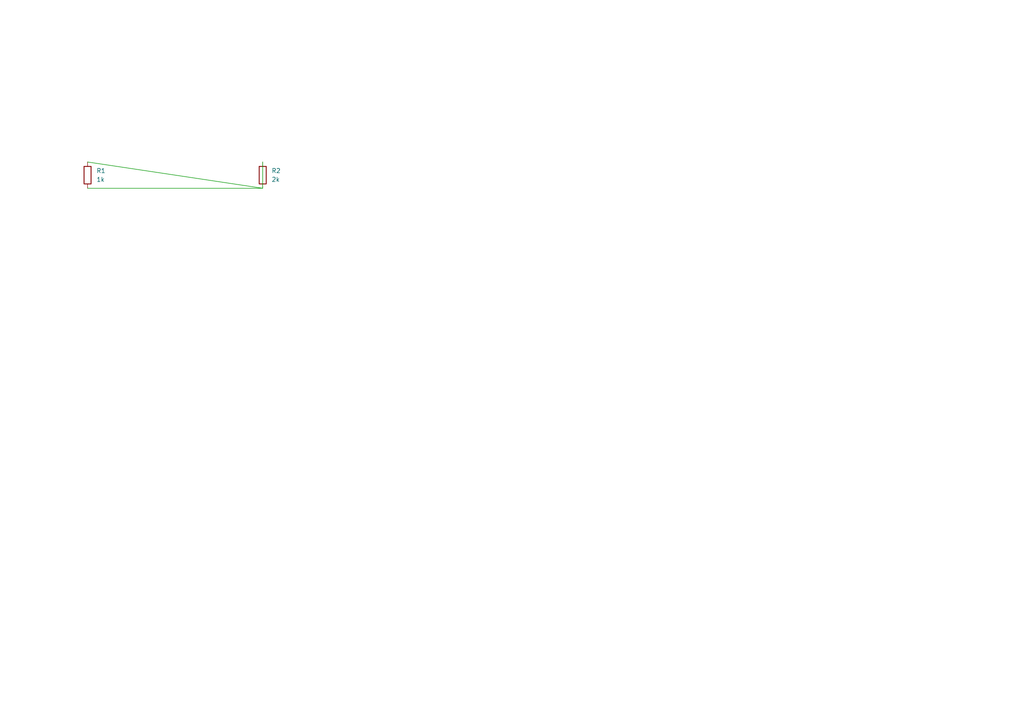
<source format=kicad_sch>
(kicad_sch (version 20250114) (generator "eeschema") (generator_version "9.0")
  (paper "A4")
  (title_block (title "API Examples"))
  (lib_symbols
    (symbol "Device:R" (pin_numbers (hide yes)) (pin_names (offset 0))
      (property "Reference" "R" (at 2.032 0 90))
      (property "Value" "R" (at 0 0 90))
      (symbol "R_0_1"
        (rectangle (start -1.016 -2.54) (end 1.016 2.54) (stroke (width 0.254)))
      )
      (symbol "R_1_1"
        (pin passive line (at 0 3.81 270) (length 1.27) (name "~") (number "1"))
        (pin passive line (at 0 -3.81 90) (length 1.27) (name "~") (number "2"))
      )
    )
  )
  (symbol (lib_id "Device:R") (at 25.4 50.8 0) (unit 1)
    (property "Reference" "R1" (at 27.94 49.5299 0) (effects (justify left)))
    (property "Value" "1k" (at 27.94 52.0699 0) (effects (justify left)))
  )
  (symbol (lib_id "Device:R") (at 76.2 50.8 0) (unit 1)
    (property "Reference" "R2" (at 78.74 49.5299 0) (effects (justify left)))
    (property "Value" "2k" (at 78.74 52.0699 0) (effects (justify left)))
  )
  (wire (pts (xy 25.4 46.99) (xy 76.2 54.61)))
  (wire (pts (xy 25.4 54.61) (xy 76.2 54.61)))
  (wire (pts (xy 76.2 54.61) (xy 76.2 46.99)))
)
</source>
